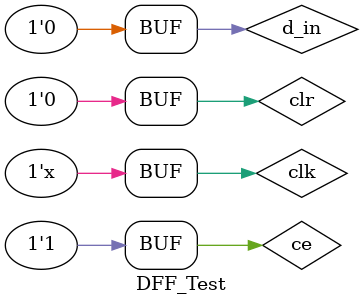
<source format=v>
`timescale 1ns / 1ps

module DFF_Test;

	// Inputs
	reg d_in;
	reg ce;
	reg clk;
	reg clr;

	// Outputs
	wire dout;

	// Instantiate the Unit Under Test (UUT)
	DFF uut (
		.d_in(d_in), 
		.ce(ce), 
		.clk(clk), 
		.clr(clr), 
		.dout(dout)
	);

	initial begin
		// Initialize Inputs
		d_in = 0;
		ce = 0;
		clk = 0;
		clr = 1;

		// Wait 100 ns for global reset to finish
		#2;
		d_in =1;
		ce=1;
		clr=0;
		#10
		d_in =0;

	end
	
	always #10 clk =~clk;
      
endmodule


</source>
